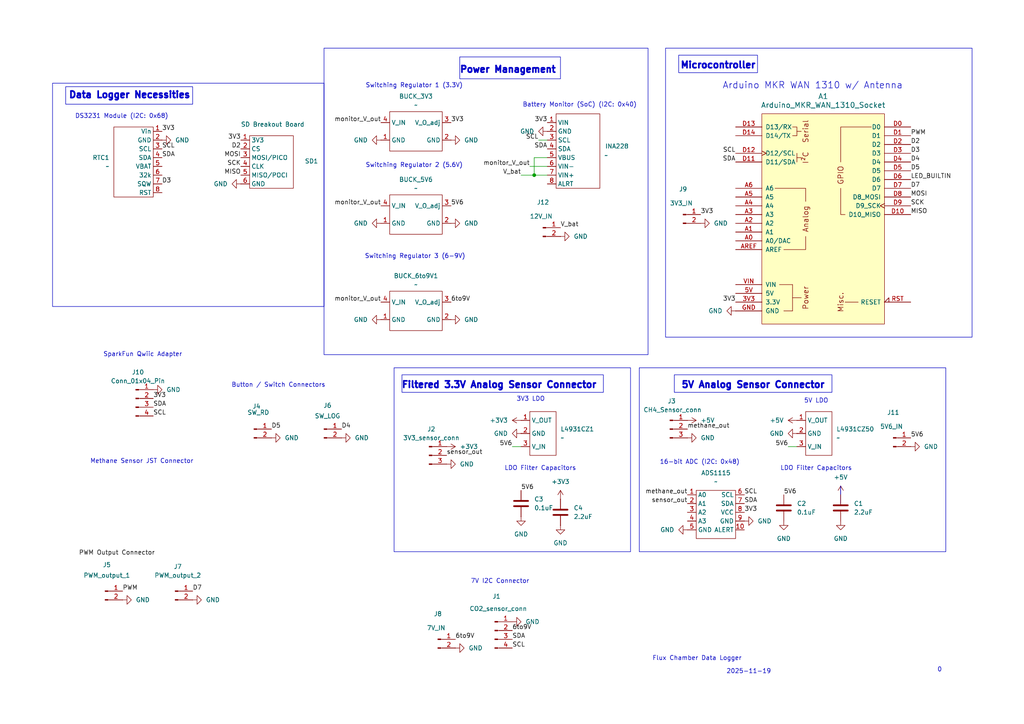
<source format=kicad_sch>
(kicad_sch (version 20250114) (generator "eeschema") (generator_version "9.0")
  (paper "A4")
  (lib_symbols
    (symbol "Connector:Conn_01x02_Pin" (pin_names (offset 1.016) (hide yes))
      (property "Reference" "J" (at 0 2.54 0))
      (property "Value" "Conn_01x02_Pin" (at 0 -5.08 0))
      (symbol "Conn_01x02_Pin_1_1"
        (rectangle (start 0.8636 0.127) (end 0 -0.127) (stroke (width 0.1524)) (fill (type outline)))
        (rectangle (start 0.8636 -2.413) (end 0 -2.667) (stroke (width 0.1524)) (fill (type outline)))
        (polyline (pts (xy 1.27 0) (xy 0.8636 0)) (stroke (width 0.1524)))
        (polyline (pts (xy 1.27 -2.54) (xy 0.8636 -2.54)) (stroke (width 0.1524)))
        (pin passive line (at 5.08 0 180) (length 3.81) (name "Pin_1") (number "1"))
        (pin passive line (at 5.08 -2.54 180) (length 3.81) (name "Pin_2") (number "2"))
      )
    )
    (symbol "Connector:Conn_01x03_Pin" (pin_names (offset 1.016) (hide yes))
      (property "Reference" "J" (at 0 5.08 0))
      (property "Value" "Conn_01x03_Pin" (at 0 -5.08 0))
      (symbol "Conn_01x03_Pin_1_1"
        (rectangle (start 0.8636 2.667) (end 0 2.413) (stroke (width 0.1524)) (fill (type outline)))
        (rectangle (start 0.8636 0.127) (end 0 -0.127) (stroke (width 0.1524)) (fill (type outline)))
        (rectangle (start 0.8636 -2.413) (end 0 -2.667) (stroke (width 0.1524)) (fill (type outline)))
        (polyline (pts (xy 1.27 2.54) (xy 0.8636 2.54)) (stroke (width 0.1524)))
        (polyline (pts (xy 1.27 0) (xy 0.8636 0)) (stroke (width 0.1524)))
        (polyline (pts (xy 1.27 -2.54) (xy 0.8636 -2.54)) (stroke (width 0.1524)))
        (pin passive line (at 5.08 2.54 180) (length 3.81) (name "Pin_1") (number "1"))
        (pin passive line (at 5.08 0 180) (length 3.81) (name "Pin_2") (number "2"))
        (pin passive line (at 5.08 -2.54 180) (length 3.81) (name "Pin_3") (number "3"))
      )
    )
    (symbol "Connector:Conn_01x04_Pin" (pin_names (offset 1.016) (hide yes))
      (property "Reference" "J" (at 0 5.08 0))
      (property "Value" "Conn_01x04_Pin" (at 0 -7.62 0))
      (symbol "Conn_01x04_Pin_1_1"
        (rectangle (start 0.8636 2.667) (end 0 2.413) (stroke (width 0.1524)) (fill (type outline)))
        (rectangle (start 0.8636 0.127) (end 0 -0.127) (stroke (width 0.1524)) (fill (type outline)))
        (rectangle (start 0.8636 -2.413) (end 0 -2.667) (stroke (width 0.1524)) (fill (type outline)))
        (rectangle (start 0.8636 -4.953) (end 0 -5.207) (stroke (width 0.1524)) (fill (type outline)))
        (polyline (pts (xy 1.27 2.54) (xy 0.8636 2.54)) (stroke (width 0.1524)))
        (polyline (pts (xy 1.27 0) (xy 0.8636 0)) (stroke (width 0.1524)))
        (polyline (pts (xy 1.27 -2.54) (xy 0.8636 -2.54)) (stroke (width 0.1524)))
        (polyline (pts (xy 1.27 -5.08) (xy 0.8636 -5.08)) (stroke (width 0.1524)))
        (pin passive line (at 5.08 2.54 180) (length 3.81) (name "Pin_1") (number "1"))
        (pin passive line (at 5.08 0 180) (length 3.81) (name "Pin_2") (number "2"))
        (pin passive line (at 5.08 -2.54 180) (length 3.81) (name "Pin_3") (number "3"))
        (pin passive line (at 5.08 -5.08 180) (length 3.81) (name "Pin_4") (number "4"))
      )
    )
    (symbol "Device:C" (pin_numbers (hide yes)) (pin_names (offset 0.254))
      (property "Reference" "C" (at 0.635 2.54 0))
      (property "Value" "C" (at 0.635 -2.54 0))
      (symbol "C_0_1"
        (polyline (pts (xy -2.032 0.762) (xy 2.032 0.762)) (stroke (width 0.508)))
        (polyline (pts (xy -2.032 -0.762) (xy 2.032 -0.762)) (stroke (width 0.508)))
      )
      (symbol "C_1_1"
        (pin passive line (at 0 3.81 270) (length 2.794) (name "~") (number "1"))
        (pin passive line (at 0 -3.81 90) (length 2.794) (name "~") (number "2"))
      )
    )
    (symbol "PCM_arduino-library:Arduino_MKR_WAN_1310_Socket" (pin_names (offset 1.016))
      (property "Reference" "A" (at 0 36.83 0))
      (property "Value" "Arduino_MKR_WAN_1310_Socket" (at 0 33.02 0))
      (symbol "Arduino_MKR_WAN_1310_Socket_0_0"
        (rectangle (start -17.78 30.48) (end 17.78 -30.48) (fill (type background)))
        (rectangle (start -12.7 -19.05) (end -8.89 -19.05))
        (rectangle (start -11.43 -26.67) (end -8.89 -26.67))
        (polyline (pts (xy -8.89 26.67) (xy -7.62 26.67) (xy -7.62 24.13) (xy -8.89 24.13)))
        (polyline (pts (xy -8.89 -19.05) (xy -8.89 -26.67)))
        (rectangle (start -8.89 -22.86) (end -6.35 -22.86))
        (polyline (pts (xy -7.62 25.4) (xy -6.35 25.4)))
        (polyline (pts (xy -5.08 5.08) (xy -5.08 8.89) (xy -13.97 8.89)))
        (polyline (pts (xy -5.08 -5.08) (xy -5.08 -8.89) (xy -11.43 -8.89)))
        (polyline (pts (xy 5.08 16.51) (xy 5.08 26.67) (xy 13.97 26.67)))
        (polyline (pts (xy 5.08 8.89) (xy 5.08 1.27) (xy 6.35 1.27)))
        (rectangle (start 6.35 -24.13) (end 10.16 -24.13))
        (text "Serial" (at -5.08 25.4 900) (effects (font (size 1.524 1.524))))
        (text "I²C" (at -5.08 17.78 900) (effects (font (size 1.524 1.524))))
        (text "Analog" (at -5.08 0 900) (effects (font (size 1.524 1.524))))
        (text "Power" (at -5.08 -22.86 900) (effects (font (size 1.524 1.524))))
        (text "Misc." (at 5.08 -24.13 900) (effects (font (size 1.524 1.524))))
      )
      (symbol "Arduino_MKR_WAN_1310_Socket_0_1"
        (polyline (pts (xy -7.62 17.78) (xy -6.35 17.78)))
        (polyline (pts (xy -7.62 16.51) (xy -7.62 19.05)))
      )
      (symbol "Arduino_MKR_WAN_1310_Socket_1_0"
        (text "GPIO" (at 5.08 12.7 900) (effects (font (size 1.524 1.524))))
      )
      (symbol "Arduino_MKR_WAN_1310_Socket_1_1"
        (pin bidirectional line (at -25.4 26.67 0) (length 7.62) (name "D13/RX") (number "D13"))
        (pin bidirectional line (at -25.4 24.13 0) (length 7.62) (name "D14/TX") (number "D14"))
        (pin bidirectional clock (at -25.4 19.05 0) (length 7.62) (name "D12/SCL") (number "D12"))
        (pin bidirectional line (at -25.4 16.51 0) (length 7.62) (name "D11/SDA") (number "D11"))
        (pin bidirectional line (at -25.4 8.89 0) (length 7.62) (name "A6") (number "A6"))
        (pin bidirectional line (at -25.4 6.35 0) (length 7.62) (name "A5") (number "A5"))
        (pin bidirectional line (at -25.4 3.81 0) (length 7.62) (name "A4") (number "A4"))
        (pin bidirectional line (at -25.4 1.27 0) (length 7.62) (name "A3") (number "A3"))
        (pin bidirectional line (at -25.4 -1.27 0) (length 7.62) (name "A2") (number "A2"))
        (pin bidirectional line (at -25.4 -3.81 0) (length 7.62) (name "A1") (number "A1"))
        (pin bidirectional line (at -25.4 -6.35 0) (length 7.62) (name "A0/DAC") (number "A0"))
        (pin input line (at -25.4 -8.89 0) (length 7.62) (name "AREF") (number "AREF"))
        (pin power_in line (at -25.4 -19.05 0) (length 7.62) (name "VIN") (number "VIN"))
        (pin power_in line (at -25.4 -21.59 0) (length 7.62) (name "5V") (number "5V"))
        (pin power_out line (at -25.4 -24.13 0) (length 7.62) (name "3.3V") (number "3V3"))
        (pin power_in line (at -25.4 -26.67 0) (length 7.62) (name "GND") (number "GND"))
        (pin bidirectional line (at 25.4 26.67 180) (length 7.62) (name "D0") (number "D0"))
        (pin bidirectional line (at 25.4 24.13 180) (length 7.62) (name "D1") (number "D1"))
        (pin bidirectional line (at 25.4 21.59 180) (length 7.62) (name "D2") (number "D2"))
        (pin bidirectional line (at 25.4 19.05 180) (length 7.62) (name "D3") (number "D3"))
        (pin bidirectional line (at 25.4 16.51 180) (length 7.62) (name "D4") (number "D4"))
        (pin bidirectional line (at 25.4 13.97 180) (length 7.62) (name "D5") (number "D5"))
        (pin bidirectional line (at 25.4 11.43 180) (length 7.62) (name "D6") (number "D6"))
        (pin bidirectional line (at 25.4 8.89 180) (length 7.62) (name "D7") (number "D7"))
        (pin bidirectional line (at 25.4 6.35 180) (length 7.62) (name "D8_MOSI") (number "D8"))
        (pin bidirectional clock (at 25.4 3.81 180) (length 7.62) (name "D9_SCK") (number "D9"))
        (pin bidirectional line (at 25.4 1.27 180) (length 7.62) (name "D10_MISO") (number "D10"))
        (pin open_collector input_low (at 25.4 -24.13 180) (length 7.62) (name "RESET") (number "RST"))
      )
    )
    (symbol "new_library:16-bit_ADC_Soldered"
      (property "Reference" "ADS1115" (at 3.175 3.81 0))
      (property "Value" "~" (at 3.175 1.27 0))
      (symbol "16-bit_ADC_Soldered_0_1"
        (rectangle (start -2.54 -1.27) (end 8.89 -15.24))
        (rectangle (start 0 -7.62) (end 0 -7.62))
        (rectangle (start 6.35 -7.62) (end 6.35 -7.62))
      )
      (symbol "16-bit_ADC_Soldered_1_1"
        (pin input line (at -5.08 -2.54 0) (length 2.54) (name "A0") (number "1"))
        (pin input line (at -5.08 -5.08 0) (length 2.54) (name "A1") (number "2"))
        (pin input line (at -5.08 -7.62 0) (length 2.54) (name "A2") (number "3"))
        (pin input line (at -5.08 -10.16 0) (length 2.54) (name "A3") (number "4"))
        (pin power_in line (at -5.08 -12.7 0) (length 2.54) (name "GND") (number "5"))
        (pin input line (at 11.43 -2.54 180) (length 2.54) (name "SCL") (number "6"))
        (pin bidirectional line (at 11.43 -5.08 180) (length 2.54) (name "SDA") (number "7"))
        (pin power_in line (at 11.43 -7.62 180) (length 2.54) (name "VCC") (number "8"))
        (pin input line (at 11.43 -10.16 180) (length 2.54) (name "GND") (number "9"))
        (pin output line (at 11.43 -12.7 180) (length 2.54) (name "ALERT") (number "10"))
      )
    )
    (symbol "new_library:5V_LDO_L4931CZ50"
      (property "Reference" "L4931CZ50" (at 5.08 -7.6199 0))
      (property "Value" "~" (at 5.08 -10.1599 0))
      (symbol "5V_LDO_L4931CZ50_0_1"
        (rectangle (start -3.81 -2.54) (end 3.81 -15.24))
      )
      (symbol "5V_LDO_L4931CZ50_1_1"
        (pin power_out line (at -6.35 -5.08 0) (length 2.54) (name "V_OUT") (number "1"))
        (pin power_in line (at -6.35 -8.89 0) (length 2.54) (name "GND") (number "2"))
        (pin power_in line (at -6.35 -12.7 0) (length 2.54) (name "V_IN") (number "3"))
      )
    )
    (symbol "new_library:DCDC_adjustable_module"
      (property "Reference" "D" (at 0 0 0))
      (symbol "DCDC_adjustable_module_0_1"
        (rectangle (start -7.62 -1.905) (end 7.62 -13.335))
      )
      (symbol "DCDC_adjustable_module_1_1"
        (pin power_in line (at -10.16 -5.08 0) (length 2.54) (name "V_IN") (number "4"))
        (pin power_in line (at -10.16 -10.16 0) (length 2.54) (name "GND") (number "1"))
        (pin power_out line (at 10.16 -5.08 180) (length 2.54) (name "V_O_adj") (number "3"))
        (pin power_out line (at 10.16 -10.16 180) (length 2.54) (name "GND") (number "2"))
      )
    )
    (symbol "new_library:DS3231_adafruit_breakout"
      (property "Reference" "RTC" (at 0 6.096 0))
      (symbol "DS3231_adafruit_breakout_0_1"
        (rectangle (start -6.35 3.81) (end 5.08 -16.51))
      )
      (symbol "DS3231_adafruit_breakout_1_1"
        (pin power_in line (at -8.89 2.54 0) (length 2.54) (name "Vin") (number "1"))
        (pin power_in line (at -8.89 0 0) (length 2.54) (name "GND") (number "2"))
        (pin input line (at -8.89 -2.54 0) (length 2.54) (name "SCL") (number "3"))
        (pin bidirectional line (at -8.89 -5.08 0) (length 2.54) (name "SDA") (number "4"))
        (pin power_out line (at -8.89 -7.62 0) (length 2.54) (name "VBAT") (number "5"))
        (pin output line (at -8.89 -10.16 0) (length 2.54) (name "32k") (number "6"))
        (pin output line (at -8.89 -12.7 0) (length 2.54) (name "SQW") (number "7"))
        (pin output line (at -8.89 -15.24 0) (length 2.54) (name "RST") (number "8"))
      )
    )
    (symbol "new_library:SD_breakout"
      (property "Reference" "SD" (at 2.794 1.27 0))
      (symbol "SD_breakout_0_1"
        (rectangle (start -3.81 -1.27) (end 8.89 -16.51))
      )
      (symbol "SD_breakout_1_1"
        (pin power_in line (at -6.35 -2.54 0) (length 2.54) (name "3V3") (number "1"))
        (pin input line (at -6.35 -5.08 0) (length 2.54) (name "CS") (number "2"))
        (pin input line (at -6.35 -7.62 0) (length 2.54) (name "MOSI/PICO") (number "3"))
        (pin input line (at -6.35 -10.16 0) (length 2.54) (name "CLK") (number "4"))
        (pin input line (at -6.35 -12.7 0) (length 2.54) (name "MISO/POCI") (number "5"))
        (pin power_in line (at -6.35 -15.24 0) (length 2.54) (name "GND") (number "6"))
      )
    )
    (symbol "new_library:adafruit_ina228"
      (property "Reference" "INA228" (at 7.874 -10.668 0))
      (property "Value" "~" (at 7.62 -13.3349 0))
      (symbol "adafruit_ina228_0_1"
        (rectangle (start -6.35 -1.27) (end 6.35 -22.86))
      )
      (symbol "adafruit_ina228_1_1"
        (pin power_in line (at -8.89 -3.81 0) (length 2.54) (name "VIN") (number "1"))
        (pin power_in line (at -8.89 -6.35 0) (length 2.54) (name "GND") (number "2"))
        (pin bidirectional line (at -8.89 -8.89 0) (length 2.54) (name "SCL") (number "3"))
        (pin bidirectional line (at -8.89 -11.43 0) (length 2.54) (name "SDA") (number "4"))
        (pin power_in line (at -8.89 -13.97 0) (length 2.54) (name "VBUS") (number "5"))
        (pin power_out line (at -8.89 -16.51 0) (length 2.54) (name "VIN-") (number "6"))
        (pin power_in line (at -8.89 -19.05 0) (length 2.54) (name "VIN+") (number "7"))
        (pin output line (at -8.89 -21.59 0) (length 2.54) (name "ALRT") (number "8"))
      )
    )
    (symbol "power:+3V3" (power) (pin_numbers (hide yes)) (pin_names (offset 0) (hide yes))
      (property "Value" "+3V3" (at 0 3.556 0))
      (symbol "+3V3_0_1"
        (polyline (pts (xy -0.762 1.27) (xy 0 2.54)))
        (polyline (pts (xy 0 2.54) (xy 0.762 1.27)))
        (polyline (pts (xy 0 0) (xy 0 2.54)))
      )
      (symbol "+3V3_1_1"
        (pin power_in line (at 0 0 90) (length 0) (name "~") (number "1"))
      )
    )
    (symbol "power:+5V" (power) (pin_numbers (hide yes)) (pin_names (offset 0) (hide yes))
      (property "Value" "+5V" (at 0 3.556 0))
      (symbol "+5V_0_1"
        (polyline (pts (xy -0.762 1.27) (xy 0 2.54)))
        (polyline (pts (xy 0 2.54) (xy 0.762 1.27)))
        (polyline (pts (xy 0 0) (xy 0 2.54)))
      )
      (symbol "+5V_1_1"
        (pin power_in line (at 0 0 90) (length 0) (name "~") (number "1"))
      )
    )
    (symbol "power:GND" (power) (pin_numbers (hide yes)) (pin_names (offset 0) (hide yes))
      (property "Value" "GND" (at 0 -3.81 0))
      (symbol "GND_0_1"
        (polyline (pts (xy 0 0) (xy 0 -1.27) (xy 1.27 -1.27) (xy 0 -2.54) (xy -1.27 -1.27) (xy 0 -1.27)))
      )
      (symbol "GND_1_1"
        (pin power_in line (at 0 0 270) (length 0) (name "~") (number "1"))
      )
    )
  )
  (rectangle (start 196.85 16.002) (end 219.71 21.082))
  (rectangle (start 93.98 13.97) (end 187.96 102.87))
  (rectangle (start 193.04 13.97) (end 281.94 97.79))
  (rectangle (start 15.24 24.13) (end 93.98 88.9))
  (rectangle (start 195.58 108.712) (end 241.3 113.792))
  (rectangle (start 116.586 108.712) (end 175.006 113.792))
  (rectangle (start 185.42 106.68) (end 274.32 160.02))
  (rectangle (start 243.8146 140.97) (end 243.84 146.05))
  (rectangle (start 19.05 25.146) (end 55.88 30.226))
  (rectangle (start 114.3 106.68) (end 182.88 160.02))
  (rectangle (start 133.35 16.51) (end 162.56 22.86))
  (text "Switching Regulator 1 (3.3V)\n\n" (at 120.142 25.908 0) (effects (font (size 1.27 1.27) (thickness 0.1588))))
  (text "DS3231 Module (I2C: 0x68)\n" (at 35.306 33.782 0) (effects (font (size 1.27 1.27))))
  (text "LDO Filter Capacitors" (at 236.728 135.89 0) (effects (font (size 1.27 1.27))))
  (text "Data Logger Necessities\n" (at 37.592 27.686 0) (effects (font (size 1.905 1.905) (thickness 0.635) (bold yes))))
  (text "5V Analog Sensor Connector" (at 218.44 111.76 0) (effects (font (size 1.905 1.905) (thickness 0.635) (bold yes))))
  (text "Button / Switch Connectors" (at 80.772 111.76 0) (effects (font (size 1.27 1.27))))
  (text "Switching Regulator 3 (6-9V)\n\n" (at 120.396 75.438 0) (effects (font (size 1.27 1.27) (thickness 0.1588))))
  (text "0" (at 272.542 194.31 0) (effects (font (size 1.27 1.27))))
  (text "SparkFun Qwiic Adapter\n" (at 41.402 102.87 0) (effects (font (size 1.27 1.27))))
  (text "Filtered 3.3V Analog Sensor Connector" (at 144.78 111.76 0) (effects (font (size 1.905 1.905) (thickness 0.635) (bold yes))))
  (text "3V3 LDO\n" (at 153.924 115.824 0) (effects (font (size 1.27 1.27))))
  (text "Switching Regulator 2 (5.6V)\n" (at 120.142 48.006 0) (effects (font (size 1.27 1.27) (thickness 0.1588))))
  (text "Methane Sensor JST Connector" (at 41.148 133.858 0) (effects (font (size 1.27 1.27))))
  (text "7V I2C Connector\n" (at 145.034 168.656 0) (effects (font (size 1.27 1.27))))
  (text "5V LDO\n" (at 236.728 116.332 0) (effects (font (size 1.27 1.27))))
  (text "16-bit ADC (I2C: 0x48)" (at 202.946 134.112 0) (effects (font (size 1.27 1.27))))
  (text "Microcontroller" (at 208.28 19.05 0) (effects (font (size 1.905 1.905) (thickness 0.635) (bold yes))))
  (text "2025-11-19" (at 217.17 194.818 0) (effects (font (size 1.27 1.27))))
  (text "Arduino MKR WAN 1310 w/ Antenna" (at 235.712 24.892 0) (effects (font (size 1.905 1.905))))
  (text "Flux Chamber Data Logger" (at 202.184 191.008 0) (effects (font (size 1.27 1.27))))
  (text "LDO Filter Capacitors" (at 156.718 135.89 0) (effects (font (size 1.27 1.27))))
  (text "Battery Monitor (SoC) (I2C: 0x40)\n" (at 168.148 30.48 0) (effects (font (size 1.27 1.27))))
  (text "Power Management" (at 147.32 20.32 0) (effects (font (size 1.905 1.905) (thickness 0.635) (bold yes))))
  (junction (at 154.94 50.8))
  (wire (pts (xy 153.67 48.26) (xy 158.75 48.26)))
  (wire (pts (xy 154.94 50.8) (xy 158.75 50.8)))
  (wire (pts (xy 154.94 45.72) (xy 154.94 50.8)))
  (wire (pts (xy 158.75 45.72) (xy 154.94 45.72)))
  (wire (pts (xy 151.13 50.8) (xy 154.94 50.8)))
  (wire (pts (xy 148.59 129.54) (xy 151.13 129.54)))
  (wire (pts (xy 156.21 40.64) (xy 158.75 40.64)))
  (wire (pts (xy 228.6 129.54) (xy 231.14 129.54)))
  (label "3V3" (at 130.81 35.56 0))
  (label "SDA" (at 44.45 118.11 0))
  (label "SDA" (at 213.36 46.99 180))
  (label "5V6" (at 151.13 142.24 0))
  (label "D4" (at 99.06 124.46 0))
  (label "D3" (at 264.16 44.45 0))
  (label "methane_out" (at 199.39 143.51 180))
  (label "5V6" (at 227.33 143.51 0))
  (label "6to9V" (at 130.81 87.63 0))
  (label "6to9V" (at 132.08 185.42 0))
  (label "MOSI" (at 264.16 57.15 0))
  (label "PWM" (at 35.56 171.45 0))
  (label "SCK" (at 264.16 59.69 0))
  (label "LED_BUILTIN" (at 264.16 52.07 0))
  (label "methane_out" (at 199.39 124.46 0))
  (label "MISO" (at 264.16 62.23 0))
  (label "MOSI" (at 69.85 45.72 180))
  (label "sensor_out" (at 129.54 132.08 0))
  (label "SCL" (at 213.36 44.45 180))
  (label "D2" (at 264.16 41.91 0))
  (label "5V6" (at 148.59 129.54 180))
  (label "monitor_V_out" (at 110.49 35.56 180))
  (label "D4" (at 264.16 46.99 0))
  (label "5V6" (at 130.81 59.69 0))
  (label "MISO" (at 69.85 50.8 180))
  (label "V_bat" (at 162.56 66.04 0))
  (label "D7" (at 264.16 54.61 0))
  (label "D5" (at 78.74 124.46 0))
  (label "PWM Output Connector" (at 22.86 161.29 0))
  (label "3V3" (at 46.99 38.1 0))
  (label "3V3" (at 69.85 40.64 180))
  (label "SCK" (at 69.85 48.26 180))
  (label "SCL" (at 44.45 120.65 0))
  (label "SDA" (at 148.59 185.42 0))
  (label "3V3" (at 158.75 35.56 180))
  (label "3V3" (at 213.36 87.63 180))
  (label "SCL" (at 148.59 187.96 0))
  (label "SDA" (at 46.99 45.72 0))
  (label "5V6" (at 264.16 127 0))
  (label "sensor_out" (at 199.39 146.05 180))
  (label "D5" (at 264.16 49.53 0))
  (label "SCL" (at 215.9 143.51 0))
  (label "5V6" (at 228.6 129.54 180))
  (label "3V3" (at 203.2 62.23 0))
  (label "D3" (at 46.99 53.34 0))
  (label "monitor_V_out" (at 110.49 59.69 180))
  (label "SDA" (at 158.75 43.18 180))
  (label "6to9V" (at 148.59 182.88 0))
  (label "D2" (at 69.85 43.18 180))
  (label "SCL" (at 46.99 43.18 0))
  (label "PWM" (at 264.16 39.37 0))
  (label "monitor_V_out" (at 153.67 48.26 180))
  (label "3V3" (at 215.9 148.59 0))
  (label "SDA" (at 215.9 146.05 0))
  (label "3V3" (at 44.45 115.57 0))
  (label "SCL" (at 156.21 40.64 180))
  (label "V_bat" (at 151.13 50.8 180))
  (label "D7" (at 55.88 171.45 0))
  (label "monitor_V_out" (at 110.49 87.63 180))
  (symbol (lib_id "power:+5V") (at 199.39 121.92 270) (unit 1)
    (property "Reference" "#PWR03" (effects (hide yes)))
    (property "Value" "+5V" (at 203.2 121.9199 90) (effects (justify left)))
    (property "Description" "Power symbol creates a global label with name \"+5V\"" (effects (hide yes)))
  )
  (symbol (lib_id "power:GND") (at 158.75 38.1 270) (unit 1)
    (property "Reference" "#PWR020" (effects (hide yes)))
    (property "Value" "GND" (at 154.94 38.0999 90) (effects (justify right)))
    (property "Description" "Power symbol creates a global label with name \"GND\" , ground" (effects (hide yes)))
  )
  (symbol (lib_id "new_library:SD_breakout") (at 76.2 38.1 0) (unit 1)
    (property "Reference" "SD1" (at 88.392 46.736 0) (effects (justify left)))
    (property "Value" "SD Breakout Board" (at 69.85 36.068 0) (effects (justify left)))
    (property "Footprint" "new_library:SD_Breakout_offbrand" (effects (hide yes)))
  )
  (symbol (lib_id "power:GND") (at 199.39 153.67 270) (unit 1)
    (property "Reference" "#PWR09" (effects (hide yes)))
    (property "Value" "GND" (at 195.58 153.6699 90) (effects (justify right)))
    (property "Description" "Power symbol creates a global label with name \"GND\" , ground" (effects (hide yes)))
  )
  (symbol (lib_id "power:GND") (at 199.39 127 90) (unit 1)
    (property "Reference" "#PWR04" (effects (hide yes)))
    (property "Value" "GND" (at 203.2 126.9999 90) (effects (justify right)))
    (property "Description" "Power symbol creates a global label with name \"GND\" , ground" (effects (hide yes)))
  )
  (symbol (lib_id "power:+3V3") (at 151.13 121.92 90) (unit 1)
    (property "Reference" "#PWR024" (effects (hide yes)))
    (property "Value" "+3V3" (at 147.32 121.9199 90) (effects (justify left)))
    (property "Description" "Power symbol creates a global label with name \"+3V3\"" (effects (hide yes)))
  )
  (symbol (lib_id "power:GND") (at 130.81 40.64 90) (unit 1)
    (property "Reference" "#PWR029" (effects (hide yes)))
    (property "Value" "GND" (at 134.62 40.6399 90) (effects (justify right)))
    (property "Description" "Power symbol creates a global label with name \"GND\" , ground" (effects (hide yes)))
  )
  (symbol (lib_id "power:GND") (at 132.08 187.96 90) (unit 1)
    (property "Reference" "#PWR033" (effects (hide yes)))
    (property "Value" "GND" (at 135.89 187.9599 90) (effects (justify right)))
    (property "Description" "Power symbol creates a global label with name \"GND\" , ground" (effects (hide yes)))
  )
  (symbol (lib_id "power:GND") (at 129.54 134.62 90) (unit 1)
    (property "Reference" "#PWR05" (effects (hide yes)))
    (property "Value" "GND" (at 133.35 134.6199 90) (effects (justify right)))
    (property "Description" "Power symbol creates a global label with name \"GND\" , ground" (effects (hide yes)))
  )
  (symbol (lib_id "Connector:Conn_01x03_Pin") (at 194.31 124.46 0) (unit 1)
    (property "Reference" "J3" (at 194.818 116.332 0))
    (property "Value" "CH4_Sensor_conn" (at 195.072 118.872 0))
    (property "Footprint" "Connector_JST:JST_XH_S3B-XH-A_1x03_P2.50mm_Horizontal" (effects (hide yes)))
    (property "Description" "Generic connector, single row, 01x03, script generated" (effects (hide yes)))
  )
  (symbol (lib_id "power:GND") (at 215.9 151.13 90) (unit 1)
    (property "Reference" "#PWR017" (effects (hide yes)))
    (property "Value" "GND" (at 219.71 151.1299 90) (effects (justify right)))
    (property "Description" "Power symbol creates a global label with name \"GND\" , ground" (effects (hide yes)))
  )
  (symbol (lib_id "new_library:DS3231_adafruit_breakout") (at 38.1 40.64 0) (mirror y) (unit 1)
    (property "Reference" "RTC1" (at 31.75 45.7199 0) (effects (justify left)))
    (property "Value" "~" (at 31.75 48.2599 0) (effects (justify left)))
    (property "Footprint" "new_library:RTC_DS3231_breakout" (effects (hide yes)))
    (property "Datasheet" "https://cdn-learn.adafruit.com/downloads/pdf/adafruit-ds3231-precision-rtc-breakout.pdf" (effects (hide yes)))
  )
  (symbol (lib_id "new_library:DCDC_adjustable_module") (at 120.65 54.61 0) (unit 1) (on_board no)
    (property "Reference" "BUCK_5V6" (at 120.65 52.07 0))
    (property "Value" "~" (at 120.65 54.61 0))
    (property "Footprint" "new_library:LM2596_module_amazon" (effects (hide yes)))
  )
  (symbol (lib_id "power:GND") (at 203.2 64.77 90) (unit 1)
    (property "Reference" "#PWR034" (effects (hide yes)))
    (property "Value" "GND" (at 207.01 64.7699 90) (effects (justify right)))
    (property "Description" "Power symbol creates a global label with name \"GND\" , ground" (effects (hide yes)))
  )
  (symbol (lib_id "power:GND") (at 110.49 92.71 270) (unit 1)
    (property "Reference" "#PWR032" (effects (hide yes)))
    (property "Value" "GND" (at 106.68 92.7099 90) (effects (justify right)))
    (property "Description" "Power symbol creates a global label with name \"GND\" , ground" (effects (hide yes)))
  )
  (symbol (lib_id "power:GND") (at 213.36 90.17 270) (unit 1)
    (property "Reference" "#PWR01" (effects (hide yes)))
    (property "Value" "GND" (at 209.55 90.1699 90) (effects (justify right)))
    (property "Description" "Power symbol creates a global label with name \"GND\" , ground" (effects (hide yes)))
  )
  (symbol (lib_id "Connector:Conn_01x02_Pin") (at 157.48 66.04 0) (unit 1)
    (property "Reference" "J12" (at 157.48 58.674 0))
    (property "Value" "12V_IN" (at 156.972 62.738 0))
    (property "Footprint" "Connector_JST:JST_XH_B2B-XH-A_1x02_P2.50mm_Vertical" (effects (hide yes)))
    (property "Description" "Generic connector, single row, 01x02, script generated" (effects (hide yes)))
  )
  (symbol (lib_id "power:GND") (at 264.16 129.54 90) (unit 1)
    (property "Reference" "#PWR035" (effects (hide yes)))
    (property "Value" "GND" (at 267.97 129.5399 90) (effects (justify right)))
    (property "Description" "Power symbol creates a global label with name \"GND\" , ground" (effects (hide yes)))
  )
  (symbol (lib_id "Device:C") (at 151.13 146.05 0) (unit 1)
    (property "Reference" "C3" (at 154.94 144.7799 0) (effects (justify left)))
    (property "Value" "0.1uF" (at 154.94 147.3199 0) (effects (justify left)))
    (property "Footprint" "Capacitor_THT:C_Disc_D5.0mm_W2.5mm_P5.00mm" (effects (hide yes)))
    (property "Description" "Unpolarized capacitor" (effects (hide yes)))
  )
  (symbol (lib_id "power:GND") (at 99.06 127 90) (unit 1)
    (property "Reference" "#PWR07" (effects (hide yes)))
    (property "Value" "GND" (at 102.87 126.9999 90) (effects (justify right)))
    (property "Description" "Power symbol creates a global label with name \"GND\" , ground" (effects (hide yes)))
  )
  (symbol (lib_id "Device:C") (at 227.33 147.32 0) (unit 1)
    (property "Reference" "C2" (at 231.14 146.0499 0) (effects (justify left)))
    (property "Value" "0.1uF" (at 231.14 148.5899 0) (effects (justify left)))
    (property "Footprint" "Capacitor_THT:C_Disc_D5.0mm_W2.5mm_P5.00mm" (effects (hide yes)))
    (property "Description" "Unpolarized capacitor" (effects (hide yes)))
  )
  (symbol (lib_id "power:GND") (at 110.49 40.64 270) (unit 1)
    (property "Reference" "#PWR025" (effects (hide yes)))
    (property "Value" "GND" (at 106.68 40.6399 90) (effects (justify right)))
    (property "Description" "Power symbol creates a global label with name \"GND\" , ground" (effects (hide yes)))
  )
  (symbol (lib_id "Connector:Conn_01x02_Pin") (at 30.48 171.45 0) (unit 1)
    (property "Reference" "J5" (at 30.988 163.83 0))
    (property "Value" "PWM_output_1" (at 30.988 166.878 0))
    (property "Footprint" "Connector_JST:JST_XH_S2B-XH-A_1x02_P2.50mm_Horizontal" (effects (hide yes)))
    (property "Description" "Generic connector, single row, 01x02, script generated" (effects (hide yes)))
  )
  (symbol (lib_id "Connector:Conn_01x02_Pin") (at 127 185.42 0) (unit 1)
    (property "Reference" "J8" (at 127 178.054 0))
    (property "Value" "7V_IN" (at 126.492 182.118 0))
    (property "Footprint" "Connector_JST:JST_XH_B2B-XH-A_1x02_P2.50mm_Vertical" (effects (hide yes)))
    (property "Description" "Generic connector, single row, 01x02, script generated" (effects (hide yes)))
  )
  (symbol (lib_id "new_library:adafruit_ina228") (at 167.64 31.75 0) (unit 1) (on_board no)
    (property "Reference" "INA228" (at 175.514 42.418 0) (effects (justify left)))
    (property "Value" "~" (at 175.26 45.0849 0) (effects (justify left)))
    (property "Footprint" "new_library:INA228_adafruit_module" (effects (hide yes)))
  )
  (symbol (lib_id "power:GND") (at 46.99 40.64 90) (unit 1)
    (property "Reference" "#PWR019" (effects (hide yes)))
    (property "Value" "GND" (at 50.8 40.6399 90) (effects (justify right)))
    (property "Description" "Power symbol creates a global label with name \"GND\" , ground" (effects (hide yes)))
  )
  (symbol (lib_id "power:GND") (at 35.56 173.99 90) (unit 1)
    (property "Reference" "#PWR016" (effects (hide yes)))
    (property "Value" "GND" (at 39.37 173.9899 90) (effects (justify right)))
    (property "Description" "Power symbol creates a global label with name \"GND\" , ground" (effects (hide yes)))
  )
  (symbol (lib_id "power:GND") (at 69.85 53.34 270) (unit 1)
    (property "Reference" "#PWR06" (effects (hide yes)))
    (property "Value" "GND" (at 66.04 53.3399 90) (effects (justify right)))
    (property "Description" "Power symbol creates a global label with name \"GND\" , ground" (effects (hide yes)))
  )
  (symbol (lib_id "power:GND") (at 151.13 125.73 270) (unit 1)
    (property "Reference" "#PWR021" (effects (hide yes)))
    (property "Value" "GND" (at 147.32 125.7299 90) (effects (justify right)))
    (property "Description" "Power symbol creates a global label with name \"GND\" , ground" (effects (hide yes)))
  )
  (symbol (lib_id "power:GND") (at 130.81 92.71 90) (unit 1)
    (property "Reference" "#PWR031" (effects (hide yes)))
    (property "Value" "GND" (at 134.62 92.7099 90) (effects (justify right)))
    (property "Description" "Power symbol creates a global label with name \"GND\" , ground" (effects (hide yes)))
  )
  (symbol (lib_id "power:GND") (at 231.14 125.73 270) (unit 1)
    (property "Reference" "#PWR011" (effects (hide yes)))
    (property "Value" "GND" (at 227.33 125.7299 90) (effects (justify right)))
    (property "Description" "Power symbol creates a global label with name \"GND\" , ground" (effects (hide yes)))
  )
  (symbol (lib_id "power:GND") (at 55.88 173.99 90) (unit 1)
    (property "Reference" "#PWR010" (effects (hide yes)))
    (property "Value" "GND" (at 59.69 173.9899 90) (effects (justify right)))
    (property "Description" "Power symbol creates a global label with name \"GND\" , ground" (effects (hide yes)))
  )
  (symbol (lib_id "Device:C") (at 162.56 148.59 0) (unit 1)
    (property "Reference" "C4" (at 166.37 147.3199 0) (effects (justify left)))
    (property "Value" "2.2uF" (at 166.37 149.8599 0) (effects (justify left)))
    (property "Footprint" "Capacitor_THT:C_Disc_D5.0mm_W2.5mm_P5.00mm" (effects (hide yes)))
    (property "Description" "Unpolarized capacitor" (effects (hide yes)))
  )
  (symbol (lib_id "power:+5V") (at 231.14 121.92 90) (unit 1)
    (property "Reference" "#PWR012" (effects (hide yes)))
    (property "Value" "+5V" (at 227.33 121.9199 90) (effects (justify left)))
    (property "Description" "Power symbol creates a global label with name \"+5V\"" (effects (hide yes)))
  )
  (symbol (lib_id "power:GND") (at 110.49 64.77 270) (unit 1)
    (property "Reference" "#PWR027" (effects (hide yes)))
    (property "Value" "GND" (at 106.68 64.7699 90) (effects (justify right)))
    (property "Description" "Power symbol creates a global label with name \"GND\" , ground" (effects (hide yes)))
  )
  (symbol (lib_id "new_library:DCDC_adjustable_module") (at 120.65 30.48 0) (unit 1) (on_board no)
    (property "Reference" "BUCK_3V3" (at 120.65 27.94 0))
    (property "Value" "~" (at 120.65 30.48 0))
    (property "Footprint" "new_library:LM2596_module_amazon" (effects (hide yes)))
  )
  (symbol (lib_id "new_library:5V_LDO_L4931CZ50") (at 157.48 116.84 0) (unit 1)
    (property "Reference" "L4931CZ1" (at 162.56 124.4599 0) (effects (justify left)))
    (property "Value" "~" (at 162.56 126.9999 0) (effects (justify left)))
    (property "Footprint" "Package_TO_SOT_THT:TO-92_HandSolder" (effects (hide yes)))
  )
  (symbol (lib_id "power:+3V3") (at 162.56 144.78 0) (unit 1)
    (property "Reference" "#PWR026" (effects (hide yes)))
    (property "Value" "+3V3" (at 162.56 139.7 0))
    (property "Description" "Power symbol creates a global label with name \"+3V3\"" (effects (hide yes)))
  )
  (symbol (lib_id "new_library:5V_LDO_L4931CZ50") (at 237.49 116.84 0) (unit 1)
    (property "Reference" "L4931CZ50" (at 242.57 124.4599 0) (effects (justify left)))
    (property "Value" "~" (at 242.57 126.9999 0) (effects (justify left)))
    (property "Footprint" "Package_TO_SOT_THT:TO-92_HandSolder" (effects (hide yes)))
  )
  (symbol (lib_id "power:GND") (at 162.56 68.58 90) (unit 1)
    (property "Reference" "#PWR036" (effects (hide yes)))
    (property "Value" "GND" (at 166.37 68.5799 90) (effects (justify right)))
    (property "Description" "Power symbol creates a global label with name \"GND\" , ground" (effects (hide yes)))
  )
  (symbol (lib_id "power:+3V3") (at 129.54 129.54 270) (unit 1)
    (property "Reference" "#PWR02" (effects (hide yes)))
    (property "Value" "+3V3" (at 133.35 129.5399 90) (effects (justify left)))
    (property "Description" "Power symbol creates a global label with name \"+3V3\"" (effects (hide yes)))
  )
  (symbol (lib_id "power:GND") (at 78.74 127 90) (unit 1)
    (property "Reference" "#PWR08" (effects (hide yes)))
    (property "Value" "GND" (at 82.55 126.9999 90) (effects (justify right)))
    (property "Description" "Power symbol creates a global label with name \"GND\" , ground" (effects (hide yes)))
  )
  (symbol (lib_id "new_library:DCDC_adjustable_module") (at 120.65 82.55 0) (unit 1) (on_board no)
    (property "Reference" "BUCK_6to9V1" (at 120.65 80.01 0))
    (property "Value" "~" (at 120.65 82.55 0))
    (property "Footprint" "new_library:LM2596_module_amazon" (effects (hide yes)))
  )
  (symbol (lib_id "power:GND") (at 130.81 64.77 90) (unit 1)
    (property "Reference" "#PWR030" (effects (hide yes)))
    (property "Value" "GND" (at 134.62 64.7699 90) (effects (justify right)))
    (property "Description" "Power symbol creates a global label with name \"GND\" , ground" (effects (hide yes)))
  )
  (symbol (lib_id "power:GND") (at 243.84 151.13 0) (unit 1)
    (property "Reference" "#PWR023" (effects (hide yes)))
    (property "Value" "GND" (at 243.84 156.21 0))
    (property "Description" "Power symbol creates a global label with name \"GND\" , ground" (effects (hide yes)))
  )
  (symbol (lib_id "power:+5V") (at 243.84 143.51 0) (unit 1)
    (property "Reference" "#PWR013" (effects (hide yes)))
    (property "Value" "+5V" (at 243.84 138.43 0))
    (property "Description" "Power symbol creates a global label with name \"+5V\"" (effects (hide yes)))
  )
  (symbol (lib_id "Connector:Conn_01x02_Pin") (at 50.8 171.45 0) (unit 1)
    (property "Reference" "J7" (at 51.562 164.338 0))
    (property "Value" "PWM_output_2" (at 51.562 166.878 0))
    (property "Footprint" "Connector_JST:JST_XH_S2B-XH-A_1x02_P2.50mm_Horizontal" (effects (hide yes)))
    (property "Description" "Generic connector, single row, 01x02, script generated" (effects (hide yes)))
  )
  (symbol (lib_id "power:GND") (at 148.59 180.34 90) (unit 1)
    (property "Reference" "#PWR018" (effects (hide yes)))
    (property "Value" "GND" (at 152.4 180.3399 90) (effects (justify right)))
    (property "Description" "Power symbol creates a global label with name \"GND\" , ground" (effects (hide yes)))
  )
  (symbol (lib_id "Device:C") (at 243.84 147.32 0) (unit 1)
    (property "Reference" "C1" (at 247.65 146.0499 0) (effects (justify left)))
    (property "Value" "2.2uF" (at 247.65 148.5899 0) (effects (justify left)))
    (property "Footprint" "Capacitor_THT:C_Disc_D5.0mm_W2.5mm_P5.00mm" (effects (hide yes)))
    (property "Description" "Unpolarized capacitor" (effects (hide yes)))
  )
  (symbol (lib_id "PCM_arduino-library:Arduino_MKR_WAN_1310_Socket") (at 238.76 63.5 0) (unit 1)
    (property "Reference" "A1" (at 238.76 27.94 0) (effects (font (size 1.524 1.524))))
    (property "Value" "Arduino_MKR_WAN_1310_Socket" (at 238.76 30.48 0) (effects (font (size 1.524 1.524))))
    (property "Footprint" "PCM_arduino-library:Arduino_MKR_FOX_1200_Socket" (effects (hide yes)))
    (property "Datasheet" "https://docs.arduino.cc/hardware/mkr-wan-1310" (effects (hide yes)))
    (property "Description" "Socket for Arduino MKR WAN 1310" (effects (hide yes)))
  )
  (symbol (lib_id "power:GND") (at 151.13 149.86 0) (unit 1)
    (property "Reference" "#PWR014" (effects (hide yes)))
    (property "Value" "GND" (at 151.13 154.94 0))
    (property "Description" "Power symbol creates a global label with name \"GND\" , ground" (effects (hide yes)))
  )
  (symbol (lib_id "power:GND") (at 162.56 152.4 0) (unit 1)
    (property "Reference" "#PWR015" (effects (hide yes)))
    (property "Value" "GND" (at 162.56 157.48 0))
    (property "Description" "Power symbol creates a global label with name \"GND\" , ground" (effects (hide yes)))
  )
  (symbol (lib_id "new_library:16-bit_ADC_Soldered") (at 204.47 140.97 0) (unit 1)
    (property "Reference" "ADS1115" (at 207.645 137.16 0))
    (property "Value" "~" (at 207.645 139.7 0))
    (property "Footprint" "new_library:ADC_16-bit_ADS1115_breakout" (effects (hide yes)))
    (property "Datasheet" "http://mm.digikey.com/Volume0/opasdata/d220001/medias/docus/5858/333095%20ADC%2016-bit%20ADS1115%204-channel%20with%20PGA%20breakout%20datasheet.pdf" (effects (hide yes)))
  )
  (symbol (lib_id "Connector:Conn_01x04_Pin") (at 143.51 182.88 0) (unit 1)
    (property "Reference" "J1" (at 144.018 172.974 0))
    (property "Value" "CO2_sensor_conn" (at 144.526 176.53 0))
    (property "Footprint" "Connector_JST:JST_XH_S4B-XH-A_1x04_P2.50mm_Horizontal" (effects (hide yes)))
    (property "Description" "Generic connector, single row, 01x04, script generated" (effects (hide yes)))
  )
  (symbol (lib_id "power:GND") (at 227.33 151.13 0) (unit 1)
    (property "Reference" "#PWR022" (effects (hide yes)))
    (property "Value" "GND" (at 227.33 156.21 0))
    (property "Description" "Power symbol creates a global label with name \"GND\" , ground" (effects (hide yes)))
  )
  (symbol (lib_id "Connector:Conn_01x03_Pin") (at 124.46 132.08 0) (unit 1)
    (property "Reference" "J2" (at 125.095 124.46 0))
    (property "Value" "3V3_sensor_conn" (at 125.095 127 0))
    (property "Footprint" "Connector_JST:JST_XH_S3B-XH-A_1x03_P2.50mm_Horizontal" (effects (hide yes)))
    (property "Description" "Generic connector, single row, 01x03, script generated" (effects (hide yes)))
  )
  (symbol (lib_id "Connector:Conn_01x04_Pin") (at 39.37 115.57 0) (unit 1)
    (property "Reference" "J10" (at 40.005 107.95 0))
    (property "Value" "Conn_01x04_Pin" (at 40.005 110.49 0))
    (property "Footprint" "new_library:SparkFun_Stemma_Adapter" (effects (hide yes)))
    (property "Description" "Generic connector, single row, 01x04, script generated" (effects (hide yes)))
  )
  (symbol (lib_id "power:GND") (at 44.45 113.03 90) (unit 1)
    (property "Reference" "#PWR028" (effects (hide yes)))
    (property "Value" "GND" (at 48.26 113.0299 90) (effects (justify right)))
    (property "Description" "Power symbol creates a global label with name \"GND\" , ground" (effects (hide yes)))
  )
  (symbol (lib_id "Connector:Conn_01x02_Pin") (at 93.98 124.46 0) (unit 1)
    (property "Reference" "J6" (at 94.996 117.602 0))
    (property "Value" "SW_LOG" (at 94.996 120.65 0))
    (property "Footprint" "Connector_JST:JST_XH_S2B-XH-A_1x02_P2.50mm_Horizontal" (effects (hide yes)))
    (property "Description" "Generic connector, single row, 01x02, script generated" (effects (hide yes)))
  )
  (symbol (lib_id "Connector:Conn_01x02_Pin") (at 73.66 124.46 0) (unit 1)
    (property "Reference" "J4" (at 74.422 117.856 0))
    (property "Value" "SW_RD" (at 74.93 119.634 0))
    (property "Footprint" "Connector_JST:JST_XH_S2B-XH-A_1x02_P2.50mm_Horizontal" (effects (hide yes)))
    (property "Description" "Generic connector, single row, 01x02, script generated" (effects (hide yes)))
  )
  (symbol (lib_id "Connector:Conn_01x02_Pin") (at 259.08 127 0) (unit 1)
    (property "Reference" "J11" (at 259.08 119.634 0))
    (property "Value" "5V6_IN" (at 258.572 123.698 0))
    (property "Footprint" "Connector_JST:JST_XH_B2B-XH-A_1x02_P2.50mm_Vertical" (effects (hide yes)))
    (property "Description" "Generic connector, single row, 01x02, script generated" (effects (hide yes)))
  )
  (symbol (lib_id "Connector:Conn_01x02_Pin") (at 198.12 62.23 0) (unit 1)
    (property "Reference" "J9" (at 198.12 54.864 0))
    (property "Value" "3V3_IN" (at 197.612 58.928 0))
    (property "Footprint" "Connector_JST:JST_XH_B2B-XH-A_1x02_P2.50mm_Vertical" (effects (hide yes)))
    (property "Description" "Generic connector, single row, 01x02, script generated" (effects (hide yes)))
  )
)
</source>
